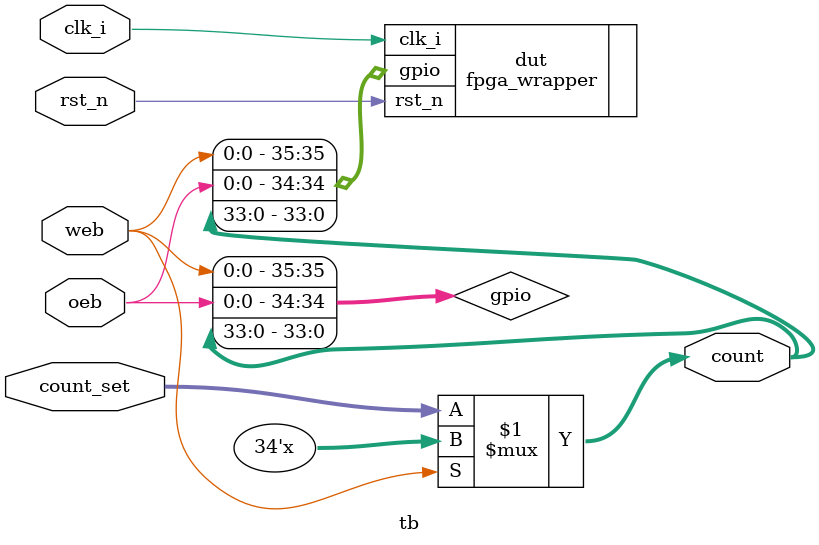
<source format=v>
`default_nettype none

`timescale 1ns/1ps

module tb(
	input clk_i,
	input rst_n,
	input oeb,
	input web,
	input [33:0] count_set,
	output [33:0] count
);

initial begin
	$dumpfile ("tb.vcd");
	$dumpvars (0, tb);
	#1;
end

wire [35:0] gpio;
assign gpio[35] = web;
assign gpio[34] = oeb;
assign gpio[33:0] = web ? 34'hzzzzzzzzz : count_set;
assign count = gpio[33:0];

fpga_wrapper dut(
	.clk_i(clk_i),
	.rst_n(rst_n),
	.gpio(gpio)
);

endmodule

</source>
